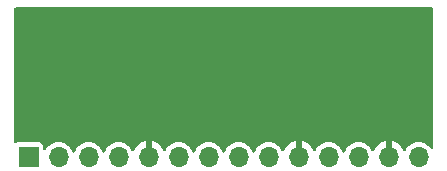
<source format=gbr>
%TF.GenerationSoftware,KiCad,Pcbnew,8.0.8-8.0.8-0~ubuntu24.04.1*%
%TF.CreationDate,2025-02-12T12:18:38-05:00*%
%TF.ProjectId,r2rdac,72327264-6163-42e6-9b69-6361645f7063,rev?*%
%TF.SameCoordinates,Original*%
%TF.FileFunction,Copper,L2,Bot*%
%TF.FilePolarity,Positive*%
%FSLAX46Y46*%
G04 Gerber Fmt 4.6, Leading zero omitted, Abs format (unit mm)*
G04 Created by KiCad (PCBNEW 8.0.8-8.0.8-0~ubuntu24.04.1) date 2025-02-12 12:18:38*
%MOMM*%
%LPD*%
G01*
G04 APERTURE LIST*
%TA.AperFunction,ComponentPad*%
%ADD10R,1.700000X1.700000*%
%TD*%
%TA.AperFunction,ComponentPad*%
%ADD11O,1.700000X1.700000*%
%TD*%
%TA.AperFunction,ViaPad*%
%ADD12C,0.609600*%
%TD*%
G04 APERTURE END LIST*
D10*
%TO.P,J1,1,Pin_1*%
%TO.N,/D0*%
X104140000Y-96520000D03*
D11*
%TO.P,J1,2,Pin_2*%
%TO.N,/D1*%
X106680000Y-96520000D03*
%TO.P,J1,3,Pin_3*%
%TO.N,/D2*%
X109220000Y-96520000D03*
%TO.P,J1,4,Pin_4*%
%TO.N,/D3*%
X111760000Y-96520000D03*
%TO.P,J1,5,Pin_5*%
%TO.N,GND*%
X114300000Y-96520000D03*
%TO.P,J1,6,Pin_6*%
%TO.N,/D4*%
X116840000Y-96520000D03*
%TO.P,J1,7,Pin_7*%
%TO.N,/D5*%
X119380000Y-96520000D03*
%TO.P,J1,8,Pin_8*%
%TO.N,/D6*%
X121920000Y-96520000D03*
%TO.P,J1,9,Pin_9*%
%TO.N,/D7*%
X124460000Y-96520000D03*
%TO.P,J1,10,Pin_10*%
%TO.N,GND*%
X127000000Y-96520000D03*
%TO.P,J1,11,Pin_11*%
%TO.N,/D8*%
X129540000Y-96520000D03*
%TO.P,J1,12,Pin_12*%
%TO.N,/D9*%
X132080000Y-96520000D03*
%TO.P,J1,13,Pin_13*%
%TO.N,GND*%
X134620000Y-96520000D03*
%TO.P,J1,14,Pin_14*%
%TO.N,/Vout*%
X137160000Y-96520000D03*
%TD*%
D12*
%TO.N,GND*%
X135102600Y-86410800D03*
X106807000Y-91795600D03*
%TD*%
%TA.AperFunction,Conductor*%
%TO.N,GND*%
G36*
X138321621Y-83890502D02*
G01*
X138368114Y-83944158D01*
X138379500Y-83996500D01*
X138379500Y-95714950D01*
X138359498Y-95783071D01*
X138305842Y-95829564D01*
X138235568Y-95839668D01*
X138170988Y-95810174D01*
X138150287Y-95787221D01*
X138106989Y-95725386D01*
X138106984Y-95725380D01*
X137954619Y-95573015D01*
X137954613Y-95573010D01*
X137778102Y-95449416D01*
X137627593Y-95379232D01*
X137582807Y-95358348D01*
X137582805Y-95358347D01*
X137582804Y-95358347D01*
X137374668Y-95302577D01*
X137160000Y-95283796D01*
X136945331Y-95302577D01*
X136737195Y-95358347D01*
X136737190Y-95358349D01*
X136541897Y-95449416D01*
X136365386Y-95573010D01*
X136365380Y-95573015D01*
X136213015Y-95725380D01*
X136213010Y-95725386D01*
X136089414Y-95901900D01*
X136074359Y-95934184D01*
X136027441Y-95987468D01*
X135959163Y-96006927D01*
X135891204Y-95986383D01*
X135845139Y-95932359D01*
X135844778Y-95931544D01*
X135818417Y-95871448D01*
X135695325Y-95683041D01*
X135542902Y-95517465D01*
X135365301Y-95379232D01*
X135365300Y-95379231D01*
X135167371Y-95272117D01*
X135167369Y-95272116D01*
X134954512Y-95199043D01*
X134954501Y-95199040D01*
X134874000Y-95185606D01*
X134874000Y-96089297D01*
X134812993Y-96054075D01*
X134685826Y-96020000D01*
X134554174Y-96020000D01*
X134427007Y-96054075D01*
X134366000Y-96089297D01*
X134366000Y-95185607D01*
X134365999Y-95185606D01*
X134285498Y-95199040D01*
X134285487Y-95199043D01*
X134072630Y-95272116D01*
X134072628Y-95272117D01*
X133874699Y-95379231D01*
X133874698Y-95379232D01*
X133697097Y-95517465D01*
X133544674Y-95683041D01*
X133421581Y-95871449D01*
X133395220Y-95931546D01*
X133349538Y-95985894D01*
X133281726Y-96006917D01*
X133213312Y-95987940D01*
X133166019Y-95934989D01*
X133165638Y-95934181D01*
X133162946Y-95928410D01*
X133150584Y-95901898D01*
X133026987Y-95725383D01*
X132874617Y-95573013D01*
X132855515Y-95559638D01*
X132698102Y-95449416D01*
X132547593Y-95379232D01*
X132502807Y-95358348D01*
X132502805Y-95358347D01*
X132502804Y-95358347D01*
X132294668Y-95302577D01*
X132080000Y-95283796D01*
X131865331Y-95302577D01*
X131657195Y-95358347D01*
X131657190Y-95358349D01*
X131461897Y-95449416D01*
X131285386Y-95573010D01*
X131285380Y-95573015D01*
X131133015Y-95725380D01*
X131133010Y-95725386D01*
X131009416Y-95901897D01*
X130924195Y-96084654D01*
X130877277Y-96137939D01*
X130809000Y-96157400D01*
X130741040Y-96136858D01*
X130695805Y-96084654D01*
X130633231Y-95950465D01*
X130610584Y-95901898D01*
X130486987Y-95725383D01*
X130334617Y-95573013D01*
X130315515Y-95559638D01*
X130158102Y-95449416D01*
X130007593Y-95379232D01*
X129962807Y-95358348D01*
X129962805Y-95358347D01*
X129962804Y-95358347D01*
X129754668Y-95302577D01*
X129540000Y-95283796D01*
X129325331Y-95302577D01*
X129117195Y-95358347D01*
X129117190Y-95358349D01*
X128921897Y-95449416D01*
X128745386Y-95573010D01*
X128745380Y-95573015D01*
X128593015Y-95725380D01*
X128593010Y-95725386D01*
X128469414Y-95901900D01*
X128454359Y-95934184D01*
X128407441Y-95987468D01*
X128339163Y-96006927D01*
X128271204Y-95986383D01*
X128225139Y-95932359D01*
X128224778Y-95931544D01*
X128198417Y-95871448D01*
X128075325Y-95683041D01*
X127922902Y-95517465D01*
X127745301Y-95379232D01*
X127745300Y-95379231D01*
X127547371Y-95272117D01*
X127547369Y-95272116D01*
X127334512Y-95199043D01*
X127334501Y-95199040D01*
X127254000Y-95185606D01*
X127254000Y-96089297D01*
X127192993Y-96054075D01*
X127065826Y-96020000D01*
X126934174Y-96020000D01*
X126807007Y-96054075D01*
X126746000Y-96089297D01*
X126746000Y-95185607D01*
X126745999Y-95185606D01*
X126665498Y-95199040D01*
X126665487Y-95199043D01*
X126452630Y-95272116D01*
X126452628Y-95272117D01*
X126254699Y-95379231D01*
X126254698Y-95379232D01*
X126077097Y-95517465D01*
X125924674Y-95683041D01*
X125801581Y-95871449D01*
X125775220Y-95931546D01*
X125729538Y-95985894D01*
X125661726Y-96006917D01*
X125593312Y-95987940D01*
X125546019Y-95934989D01*
X125545638Y-95934181D01*
X125542946Y-95928410D01*
X125530584Y-95901898D01*
X125406987Y-95725383D01*
X125254617Y-95573013D01*
X125235515Y-95559638D01*
X125078102Y-95449416D01*
X124927593Y-95379232D01*
X124882807Y-95358348D01*
X124882805Y-95358347D01*
X124882804Y-95358347D01*
X124674668Y-95302577D01*
X124460000Y-95283796D01*
X124245331Y-95302577D01*
X124037195Y-95358347D01*
X124037190Y-95358349D01*
X123841897Y-95449416D01*
X123665386Y-95573010D01*
X123665380Y-95573015D01*
X123513015Y-95725380D01*
X123513010Y-95725386D01*
X123389416Y-95901897D01*
X123304195Y-96084654D01*
X123257277Y-96137939D01*
X123189000Y-96157400D01*
X123121040Y-96136858D01*
X123075805Y-96084654D01*
X123013231Y-95950465D01*
X122990584Y-95901898D01*
X122866987Y-95725383D01*
X122714617Y-95573013D01*
X122695515Y-95559638D01*
X122538102Y-95449416D01*
X122387593Y-95379232D01*
X122342807Y-95358348D01*
X122342805Y-95358347D01*
X122342804Y-95358347D01*
X122134668Y-95302577D01*
X121920000Y-95283796D01*
X121705331Y-95302577D01*
X121497195Y-95358347D01*
X121497190Y-95358349D01*
X121301897Y-95449416D01*
X121125386Y-95573010D01*
X121125380Y-95573015D01*
X120973015Y-95725380D01*
X120973010Y-95725386D01*
X120849416Y-95901897D01*
X120764195Y-96084654D01*
X120717277Y-96137939D01*
X120649000Y-96157400D01*
X120581040Y-96136858D01*
X120535805Y-96084654D01*
X120473231Y-95950465D01*
X120450584Y-95901898D01*
X120326987Y-95725383D01*
X120174617Y-95573013D01*
X120155515Y-95559638D01*
X119998102Y-95449416D01*
X119847593Y-95379232D01*
X119802807Y-95358348D01*
X119802805Y-95358347D01*
X119802804Y-95358347D01*
X119594668Y-95302577D01*
X119380000Y-95283796D01*
X119165331Y-95302577D01*
X118957195Y-95358347D01*
X118957190Y-95358349D01*
X118761897Y-95449416D01*
X118585386Y-95573010D01*
X118585380Y-95573015D01*
X118433015Y-95725380D01*
X118433010Y-95725386D01*
X118309416Y-95901897D01*
X118224195Y-96084654D01*
X118177277Y-96137939D01*
X118109000Y-96157400D01*
X118041040Y-96136858D01*
X117995805Y-96084654D01*
X117933231Y-95950465D01*
X117910584Y-95901898D01*
X117786987Y-95725383D01*
X117634617Y-95573013D01*
X117615515Y-95559638D01*
X117458102Y-95449416D01*
X117307593Y-95379232D01*
X117262807Y-95358348D01*
X117262805Y-95358347D01*
X117262804Y-95358347D01*
X117054668Y-95302577D01*
X116840000Y-95283796D01*
X116625331Y-95302577D01*
X116417195Y-95358347D01*
X116417190Y-95358349D01*
X116221897Y-95449416D01*
X116045386Y-95573010D01*
X116045380Y-95573015D01*
X115893015Y-95725380D01*
X115893010Y-95725386D01*
X115769414Y-95901900D01*
X115754359Y-95934184D01*
X115707441Y-95987468D01*
X115639163Y-96006927D01*
X115571204Y-95986383D01*
X115525139Y-95932359D01*
X115524778Y-95931544D01*
X115498417Y-95871448D01*
X115375325Y-95683041D01*
X115222902Y-95517465D01*
X115045301Y-95379232D01*
X115045300Y-95379231D01*
X114847371Y-95272117D01*
X114847369Y-95272116D01*
X114634512Y-95199043D01*
X114634501Y-95199040D01*
X114554000Y-95185606D01*
X114554000Y-96089297D01*
X114492993Y-96054075D01*
X114365826Y-96020000D01*
X114234174Y-96020000D01*
X114107007Y-96054075D01*
X114046000Y-96089297D01*
X114046000Y-95185607D01*
X114045999Y-95185606D01*
X113965498Y-95199040D01*
X113965487Y-95199043D01*
X113752630Y-95272116D01*
X113752628Y-95272117D01*
X113554699Y-95379231D01*
X113554698Y-95379232D01*
X113377097Y-95517465D01*
X113224674Y-95683041D01*
X113101581Y-95871449D01*
X113075220Y-95931546D01*
X113029538Y-95985894D01*
X112961726Y-96006917D01*
X112893312Y-95987940D01*
X112846019Y-95934989D01*
X112845638Y-95934181D01*
X112842946Y-95928410D01*
X112830584Y-95901898D01*
X112706987Y-95725383D01*
X112554617Y-95573013D01*
X112535515Y-95559638D01*
X112378102Y-95449416D01*
X112227593Y-95379232D01*
X112182807Y-95358348D01*
X112182805Y-95358347D01*
X112182804Y-95358347D01*
X111974668Y-95302577D01*
X111760000Y-95283796D01*
X111545331Y-95302577D01*
X111337195Y-95358347D01*
X111337190Y-95358349D01*
X111141897Y-95449416D01*
X110965386Y-95573010D01*
X110965380Y-95573015D01*
X110813015Y-95725380D01*
X110813010Y-95725386D01*
X110689416Y-95901897D01*
X110604195Y-96084654D01*
X110557277Y-96137939D01*
X110489000Y-96157400D01*
X110421040Y-96136858D01*
X110375805Y-96084654D01*
X110313231Y-95950465D01*
X110290584Y-95901898D01*
X110166987Y-95725383D01*
X110014617Y-95573013D01*
X109995515Y-95559638D01*
X109838102Y-95449416D01*
X109687593Y-95379232D01*
X109642807Y-95358348D01*
X109642805Y-95358347D01*
X109642804Y-95358347D01*
X109434668Y-95302577D01*
X109220000Y-95283796D01*
X109005331Y-95302577D01*
X108797195Y-95358347D01*
X108797190Y-95358349D01*
X108601897Y-95449416D01*
X108425386Y-95573010D01*
X108425380Y-95573015D01*
X108273015Y-95725380D01*
X108273010Y-95725386D01*
X108149416Y-95901897D01*
X108064195Y-96084654D01*
X108017277Y-96137939D01*
X107949000Y-96157400D01*
X107881040Y-96136858D01*
X107835805Y-96084654D01*
X107773231Y-95950465D01*
X107750584Y-95901898D01*
X107626987Y-95725383D01*
X107474617Y-95573013D01*
X107455515Y-95559638D01*
X107298102Y-95449416D01*
X107147593Y-95379232D01*
X107102807Y-95358348D01*
X107102805Y-95358347D01*
X107102804Y-95358347D01*
X106894668Y-95302577D01*
X106680000Y-95283796D01*
X106465331Y-95302577D01*
X106257195Y-95358347D01*
X106257190Y-95358349D01*
X106061897Y-95449416D01*
X105885386Y-95573010D01*
X105885380Y-95573015D01*
X105733015Y-95725380D01*
X105733010Y-95725386D01*
X105609413Y-95901900D01*
X105606665Y-95906662D01*
X105604420Y-95905365D01*
X105564508Y-95950465D01*
X105496182Y-95969753D01*
X105428274Y-95949040D01*
X105382345Y-95894901D01*
X105371500Y-95843760D01*
X105371500Y-95633800D01*
X105371500Y-95633794D01*
X105360696Y-95559639D01*
X105304776Y-95445254D01*
X105304775Y-95445252D01*
X105214747Y-95355224D01*
X105214745Y-95355223D01*
X105100362Y-95299304D01*
X105026207Y-95288500D01*
X105026206Y-95288500D01*
X103253794Y-95288500D01*
X103253792Y-95288500D01*
X103179638Y-95299304D01*
X103101838Y-95337338D01*
X103031854Y-95349286D01*
X102966520Y-95321501D01*
X102926579Y-95262805D01*
X102920500Y-95224140D01*
X102920500Y-83996500D01*
X102940502Y-83928379D01*
X102994158Y-83881886D01*
X103046500Y-83870500D01*
X138253500Y-83870500D01*
X138321621Y-83890502D01*
G37*
%TD.AperFunction*%
%TD*%
M02*

</source>
